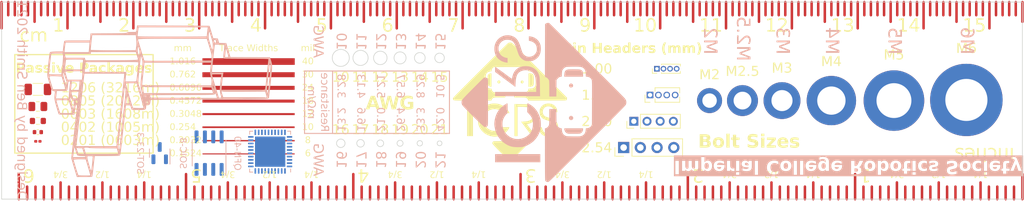
<source format=kicad_pcb>
(kicad_pcb (version 20221018) (generator pcbnew)
  (layers (0 "F.Cu" signal) (31 "B.Cu" signal) (34 "B.Paste" user) (35 "F.Paste" user) (36 "B.SilkS" user "B.Silkscreen") (37 "F.SilkS" user "F.Silkscreen") (38 "B.Mask" user) (39 "F.Mask" user) (44 "Edge.Cuts" user))
  (net 0 "")
  (footprint "ruler_footprints:Gauge_150mm_Type1_CopperTop" (layer "F.Cu") (at 75 85)
    (fp_text reference "REF**" hide)
    (fp_text value "Gauge_150mm_Type1_CopperTop" hide)
    (fp_text user "9" (at 89.5 2.5) (layer "F.SilkS") (effects (font (size 2 2) (thickness 0.22)) (justify right top)))
    (fp_text user "2" (at 19.5 2.5) (layer "F.SilkS") (effects (font (size 2 2) (thickness 0.22)) (justify right top)))
    (fp_text user "1" (at 9.5 2.5) (layer "F.SilkS") (effects (font (size 2 2) (thickness 0.22)) (justify right top)))
    (fp_text user "11" (at 109.5 2.5) (layer "F.SilkS") (effects (font (size 2 2) (thickness 0.22)) (justify right top)))
    (fp_text user "3" (at 29.5 2.5) (layer "F.SilkS") (effects (font (size 2 2) (thickness 0.22)) (justify right top)))
    (fp_text user "5" (at 49.5 2.5) (layer "F.SilkS") (effects (font (size 2 2) (thickness 0.22)) (justify right top)))
    (fp_text user "15" (at 149.5 2.5) (layer "F.SilkS") (effects (font (size 2 2) (thickness 0.22)) (justify right top)))
    (fp_text user "7" (at 69.5 2.5) (layer "F.SilkS") (effects (font (size 2 2) (thickness 0.22)) (justify right top)))
    (fp_text user "10" (at 99.5 2.5) (layer "F.SilkS") (effects (font (size 2 2) (thickness 0.22)) (justify right top)))
    (fp_text user "6" (at 59.5 2.5) (layer "F.SilkS") (effects (font (size 2 2) (thickness 0.22)) (justify right top)))
    (fp_text user "13" (at 129.5 2.5) (layer "F.SilkS") (effects (font (size 2 2) (thickness 0.22)) (justify right top)))
    (fp_text user "8" (at 79.5 2.5) (layer "F.SilkS") (effects (font (size 2 2) (thickness 0.22)) (justify right top)))
    (fp_text user "14" (at 139.5 2.5) (layer "F.SilkS") (effects (font (size 2 2) (thickness 0.22)) (justify right top)))
    (fp_text user "12" (at 119.5 2.5) (layer "F.SilkS") (effects (font (size 2 2) (thickness 0.22)) (justify right top)))
    (fp_text user "4" (at 39.5 2.5) (layer "F.SilkS") (effects (font (size 2 2) (thickness 0.22)) (justify right top)))
    (fp_line (start 0 0) (end 0 4) (stroke (width 0.381)) (layer "F.Cu"))
    (fp_line (start 1.00076 0) (end 1 2) (stroke (width 0.381)) (layer "F.Cu"))
    (fp_line (start 1.99898 0) (end 2 2) (stroke (width 0.381)) (layer "F.Cu"))
    (fp_line (start 2.99974 0) (end 2.99974 2) (stroke (width 0.381)) (layer "F.Cu"))
    (fp_line (start 4.0005 0) (end 4 2) (stroke (width 0.381)) (layer "F.Cu"))
    (fp_line (start 5.00126 0) (end 5.00126 3) (stroke (width 0.381)) (layer "F.Cu"))
    (fp_line (start 5.99948 0) (end 5.99948 2) (stroke (width 0.381)) (layer "F.Cu"))
    (fp_line (start 7.00024 0) (end 7.00024 2) (stroke (width 0.381)) (layer "F.Cu"))
    (fp_line (start 8.001 0) (end 8 2) (stroke (width 0.381)) (layer "F.Cu"))
    (fp_line (start 8.99922 0) (end 8.99922 2) (stroke (width 0.381)) (layer "F.Cu"))
    (fp_line (start 9.99998 0) (end 10 4) (stroke (width 0.381)) (layer "F.Cu"))
    (fp_line (start 11.00076 0) (end 11 2) (stroke (width 0.381)) (layer "F.Cu"))
    (fp_line (start 11.99898 0) (end 12 2) (stroke (width 0.381)) (layer "F.Cu"))
    (fp_line (start 12.99974 0) (end 12.99974 2) (stroke (width 0.381)) (layer "F.Cu"))
    (fp_line (start 14.0005 0) (end 14 2) (stroke (width 0.381)) (layer "F.Cu"))
    (fp_line (start 15.00126 0) (end 15.00126 3) (stroke (width 0.381)) (layer "F.Cu"))
    (fp_line (start 15.99948 0) (end 15.99948 2) (stroke (width 0.381)) (layer "F.Cu"))
    (fp_line (start 17.00024 0) (end 17.00024 2) (stroke (width 0.381)) (layer "F.Cu"))
    (fp_line (start 18.001 0) (end 18 2) (stroke (width 0.381)) (layer "F.Cu"))
    (fp_line (start 18.99922 0) (end 18.99922 2) (stroke (width 0.381)) (layer "F.Cu"))
    (fp_line (start 19.99998 0) (end 20 4) (stroke (width 0.381)) (layer "F.Cu"))
    (fp_line (start 21.00076 0) (end 21 2) (stroke (width 0.381)) (layer "F.Cu"))
    (fp_line (start 21.99898 0) (end 22 2) (stroke (width 0.381)) (layer "F.Cu"))
    (fp_line (start 22.99974 0) (end 22.99974 2) (stroke (width 0.381)) (layer "F.Cu"))
    (fp_line (start 24.0005 0) (end 24 2) (stroke (width 0.381)) (layer "F.Cu"))
    (fp_line (start 25.00126 0) (end 25.00126 3) (stroke (width 0.381)) (layer "F.Cu"))
    (fp_line (start 25.99948 0) (end 25.99948 2) (stroke (width 0.381)) (layer "F.Cu"))
    (fp_line (start 27.00024 0) (end 27.00024 2) (stroke (width 0.381)) (layer "F.Cu"))
    (fp_line (start 28.001 0) (end 28 2) (stroke (width 0.381)) (layer "F.Cu"))
    (fp_line (start 28.99922 0) (end 28.99922 2) (stroke (width 0.381)) (layer "F.Cu"))
    (fp_line (start 29.99998 0) (end 30 4) (stroke (width 0.381)) (layer "F.Cu"))
    (fp_line (start 31.00076 0) (end 31 2) (stroke (width 0.381)) (layer "F.Cu"))
    (fp_line (start 31.99898 0) (end 32 2) (stroke (width 0.381)) (layer "F.Cu"))
    (fp_line (start 32.99974 0) (end 32.99974 2) (stroke (width 0.381)) (layer "F.Cu"))
    (fp_line (start 34.0005 0) (end 34 2) (stroke (width 0.381)) (layer "F.Cu"))
    (fp_line (start 35.00126 0) (end 35.00126 3) (stroke (width 0.381)) (layer "F.Cu"))
    (fp_line (start 35.99948 0) (end 35.99948 2) (stroke (width 0.381)) (layer "F.Cu"))
    (fp_line (start 37.00024 0) (end 37.00024 2) (stroke (width 0.381)) (layer "F.Cu"))
    (fp_line (start 38.001 0) (end 38 2) (stroke (width 0.381)) (layer "F.Cu"))
    (fp_line (start 38.99922 0) (end 38.99922 2) (stroke (width 0.381)) (layer "F.Cu"))
    (fp_line (start 39.99998 0) (end 40 4) (stroke (width 0.381)) (layer "F.Cu"))
    (fp_line (start 41.00076 0) (end 41 2) (stroke (width 0.381)) (layer "F.Cu"))
    (fp_line (start 41.99898 0) (end 42 2) (stroke (width 0.381)) (layer "F.Cu"))
    (fp_line (start 42.99974 0) (end 42.99974 2) (stroke (width 0.381)) (layer "F.Cu"))
    (fp_line (start 44.0005 0) (end 44 2) (stroke (width 0.381)) (layer "F.Cu"))
    (fp_line (start 45.00126 0) (end 45.00126 3) (stroke (width 0.381)) (layer "F.Cu"))
    (fp_line (start 45.99948 0) (end 45.99948 2) (stroke (width 0.381)) (layer "F.Cu"))
    (fp_line (start 47.00024 0) (end 47.00024 2) (stroke (width 0.381)) (layer "F.Cu"))
    (fp_line (start 48.001 0) (end 48 2) (stroke (width 0.381)) (layer "F.Cu"))
    (fp_line (start 48.99922 0) (end 48.99922 2) (stroke (width 0.381)) (layer "F.Cu"))
    (fp_line (start 49.99998 0) (end 50 4) (stroke (width 0.381)) (layer "F.Cu"))
    (fp_line (start 51.00076 0) (end 51 2) (stroke (width 0.381)) (layer "F.Cu"))
    (fp_line (start 51.99898 0) (end 52 2) (stroke (width 0.381)) (layer "F.Cu"))
    (fp_line (start 52.99974 0) (end 52.99974 2) (stroke (width 0.381)) (layer "F.Cu"))
    (fp_line (start 54.0005 0) (end 54 2) (stroke (width 0.381)) (layer "F.Cu"))
    (fp_line (start 55.00126 0) (end 55.00126 3) (stroke (width 0.381)) (layer "F.Cu"))
    (fp_line (start 55.99948 0) (end 55.99948 2) (stroke (width 0.381)) (layer "F.Cu"))
    (fp_line (start 57.00024 0) (end 57.00024 2) (stroke (width 0.381)) (layer "F.Cu"))
    (fp_line (start 58.001 0) (end 58 2) (stroke (width 0.381)) (layer "F.Cu"))
    (fp_line (start 58.99922 0) (end 58.99922 2) (stroke (width 0.381)) (layer "F.Cu"))
    (fp_line (start 59.99998 0) (end 60 4) (stroke (width 0.381)) (layer "F.Cu"))
    (fp_line (start 61.00076 0) (end 61 2) (stroke (width 0.381)) (layer "F.Cu"))
    (fp_line (start 61.99898 0) (end 62 2) (stroke (width 0.381)) (layer "F.Cu"))
    (fp_line (start 62.99974 0) (end 62.99974 2) (stroke (width 0.381)) (layer "F.Cu"))
    (fp_line (start 64.0005 0) (end 64 2) (stroke (width 0.381)) (layer "F.Cu"))
    (fp_line (start 65.00126 0) (end 65.00126 3) (stroke (width 0.381)) (layer "F.Cu"))
    (fp_line (start 65.99948 0) (end 65.99948 2) (stroke (width 0.381)) (layer "F.Cu"))
    (fp_line (start 67.00024 0) (end 67.00024 2) (stroke (width 0.381)) (layer "F.Cu"))
    (fp_line (start 68.001 0) (end 68 2) (stroke (width 0.381)) (layer "F.Cu"))
    (fp_line (start 68.99922 0) (end 68.99922 2) (stroke (width 0.381)) (layer "F.Cu"))
    (fp_line (start 69.99998 0) (end 70 4) (stroke (width 0.381)) (layer "F.Cu"))
    (fp_line (start 71.00076 0) (end 71 2) (stroke (width 0.381)) (layer "F.Cu"))
    (fp_line (start 71.99898 0) (end 72 2) (stroke (width 0.381)) (layer "F.Cu"))
    (fp_line (start 72.99974 0) (end 72.99974 2) (stroke (width 0.381)) (layer "F.Cu"))
    (fp_line (start 74.0005 0) (end 74 2) (stroke (width 0.381)) (layer "F.Cu"))
    (fp_line (start 75.00126 0) (end 75.00126 3) (stroke (width 0.381)) (layer "F.Cu"))
    (fp_line (start 75.99948 0) (end 75.99948 2) (stroke (width 0.381)) (layer "F.Cu"))
    (fp_line (start 77.00024 0) (end 77.00024 2) (stroke (width 0.381)) (layer "F.Cu"))
    (fp_line (start 78.001 0) (end 78 2) (stroke (width 0.381)) (layer "F.Cu"))
    (fp_line (start 78.99922 0) (end 78.99922 2) (stroke (width 0.381)) (layer "F.Cu"))
    (fp_line (start 79.99998 0) (end 80 4) (stroke (width 0.381)) (layer "F.Cu"))
    (fp_line (start 81.00076 0) (end 81 2) (stroke (width 0.381)) (layer "F.Cu"))
    (fp_line (start 81.99898 0) (end 82 2) (stroke (width 0.381)) (layer "F.Cu"))
    (fp_line (start 82.99974 0) (end 82.99974 2) (stroke (width 0.381)) (layer "F.Cu"))
    (fp_line (start 84.0005 0) (end 84 2) (stroke (width 0.381)) (layer "F.Cu"))
    (fp_line (start 85.00126 0) (end 85.00126 3) (stroke (width 0.381)) (layer "F.Cu"))
    (fp_line (start 85.99948 0) (end 85.99948 2) (stroke (width 0.381)) (layer "F.Cu"))
    (fp_line (start 87.00024 0) (end 87.00024 2) (stroke (width 0.381)) (layer "F.Cu"))
    (fp_line (start 88.001 0) (end 88 2) (stroke (width 0.381)) (layer "F.Cu"))
    (fp_line (start 88.99922 0) (end 88.99922 2) (stroke (width 0.381)) (layer "F.Cu"))
    (fp_line (start 89.99998 0) (end 90 4) (stroke (width 0.381)) (layer "F.Cu"))
    (fp_line (start 91.00076 0) (end 91 2) (stroke (width 0.381)) (layer "F.Cu"))
    (fp_line (start 91.99898 0) (end 92 2) (stroke (width 0.381)) (layer "F.Cu"))
    (fp_line (start 92.99974 0) (end 92.99974 2) (stroke (width 0.381)) (layer "F.Cu"))
    (fp_line (start 94.0005 0) (end 94 2) (stroke (width 0.381)) (layer "F.Cu"))
    (fp_line (start 95.00126 0) (end 95.00126 3) (stroke (width 0.381)) (layer "F.Cu"))
    (fp_line (start 95.99948 0) (end 95.99948 2) (stroke (width 0.381)) (layer "F.Cu"))
    (fp_line (start 97.00024 0) (end 97.00024 2) (stroke (width 0.381)) (layer "F.Cu"))
    (fp_line (start 98.001 0) (end 98 2) (stroke (width 0.381)) (layer "F.Cu"))
    (fp_line (start 98.99922 0) (end 98.99922 2) (stroke (width 0.381)) (layer "F.Cu"))
    (fp_line (start 99.99998 0) (end 100 4) (stroke (width 0.381)) (layer "F.Cu"))
    (fp_line (start 101.00076 0) (end 101 2) (stroke (width 0.381)) (layer "F.Cu"))
    (fp_line (start 101.99898 0) (end 102 2) (stroke (width 0.381)) (layer "F.Cu"))
    (fp_line (start 102.99974 0) (end 102.99974 2) (stroke (width 0.381)) (layer "F.Cu"))
    (fp_line (start 104.0005 0) (end 104 2) (stroke (width 0.381)) (layer "F.Cu"))
    (fp_line (start 105.00126 0) (end 105.00126 3) (stroke (width 0.381)) (layer "F.Cu"))
    (fp_line (start 105.99948 0) (end 105.99948 2) (stroke (width 0.381)) (layer "F.Cu"))
    (fp_line (start 107.00024 0) (end 107.00024 2) (stroke (width 0.381)) (layer "F.Cu"))
    (fp_line (start 108.001 0) (end 108 2) (stroke (width 0.381)) (layer "F.Cu"))
    (fp_line (start 108.99922 0) (end 108.99922 2) (stroke (width 0.381)) (layer "F.Cu"))
    (fp_line (start 109.99998 0) (end 110 4) (stroke (width 0.381)) (layer "F.Cu"))
    (fp_line (start 111.00076 0) (end 111 2) (stroke (width 0.381)) (layer "F.Cu"))
    (fp_line (start 111.99898 0) (end 112 2) (stroke (width 0.381)) (layer "F.Cu"))
    (fp_line (start 112.99974 0) (end 112.99974 2) (stroke (width 0.381)) (layer "F.Cu"))
    (fp_line (start 114.0005 0) (end 114 2) (stroke (width 0.381)) (layer "F.Cu"))
    (fp_line (start 115.00126 0) (end 115.00126 3) (stroke (width 0.381)) (layer "F.Cu"))
    (fp_line (start 115.99948 0) (end 115.99948 2) (stroke (width 0.381)) (layer "F.Cu"))
    (fp_line (start 117.00024 0) (end 117.00024 2) (stroke (width 0.381)) (layer "F.Cu"))
    (fp_line (start 118.001 0) (end 118 2) (stroke (width 0.381)) (layer "F.Cu"))
    (fp_line (start 118.99922 0) (end 118.99922 2) (stroke (width 0.381)) (layer "F.Cu"))
    (fp_line (start 119.99998 0) (end 120 4) (stroke (width 0.381)) (layer "F.Cu"))
    (fp_line (start 121.00076 0) (end 121 2) (stroke (width 0.381)) (layer "F.Cu"))
    (fp_line (start 121.99898 0) (end 122 2) (stroke (width 0.381)) (layer "F.Cu"))
    (fp_line (start 122.99974 0) (end 122.99974 2) (stroke (width 0.381)) (layer "F.Cu"))
    (fp_line (start 124.0005 0) (end 124 2) (stroke (width 0.381)) (layer "F.Cu"))
    (fp_line (start 125.00126 0) (end 125.00126 3) (stroke (width 0.381)) (layer "F.Cu"))
    (fp_line (start 125.99948 0) (end 125.99948 2) (stroke (width 0.381)) (layer "F.Cu"))
    (fp_line (start 127.00024 0) (end 127.00024 2) (stroke (width 0.381)) (layer "F.Cu"))
    (fp_line (start 128.001 0) (end 128 2) (stroke (width 0.381)) (layer "F.Cu"))
    (fp_line (start 128.99922 0) (end 128.99922 2) (stroke (width 0.381)) (layer "F.Cu"))
    (fp_line (start 129.99998 0) (end 130 4) (stroke (width 0.381)) (layer "F.Cu"))
    (fp_line (start 131.00076 0) (end 131 2) (stroke (width 0.381)) (layer "F.Cu"))
    (fp_line (start 131.99898 0) (end 132 2) (stroke (width 0.381)) (layer "F.Cu"))
    (fp_line (start 132.99974 0) (end 132.99974 2) (stroke (width 0.381)) (layer "F.Cu"))
    (fp_line (start 134.0005 0) (end 134 2) (stroke (width 0.381)) (layer "F.Cu"))
    (fp_line (start 135.00126 0) (end 135.00126 3) (stroke (width 0.381)) (layer "F.Cu"))
    (fp_line (start 135.99948 0) (end 135.99948 2) (stroke (width 0.381)) (layer "F.Cu"))
    (fp_line (start 137.00024 0) (end 137.00024 2) (stroke (width 0.381)) (layer "F.Cu"))
    (fp_line (start 138.001 0) (end 138 2) (stroke (width 0.381)) (layer "F.Cu"))
    (fp_line (start 138.99922 0) (end 138.99922 2) (stroke (width 0.381)) (layer "F.Cu"))
    (fp_line (start 139.99998 0) (end 140 4) (stroke (width 0.381)) (layer "F.Cu"))
    (fp_line (start 141.00076 0) (end 141 2) (stroke (width 0.381)) (layer "F.Cu"))
    (fp_line (start 141.99898 0) (end 142 2) (stroke (width 0.381)) (layer "F.Cu"))
    (fp_line (start 142.99974 0) (end 142.99974 2) (stroke (width 0.381)) (layer "F.Cu"))
    (fp_line (start 144.0005 0) (end 144 2) (stroke (width 0.381)) (layer "F.Cu"))
    (fp_line (start 145.00126 0) (end 145.00126 3) (stroke (width 0.381)) (layer "F.Cu"))
    (fp_line (start 145.99948 0) (end 145.99948 2) (stroke (width 0.381)) (layer "F.Cu"))
    (fp_line (start 147.00024 0) (end 147.00024 2) (stroke (width 0.381)) (layer "F.Cu"))
    (fp_line (start 148.001 0) (end 148 2) (stroke (width 0.381)) (layer "F.Cu"))
    (fp_line (start 148.99922 0) (end 148.99922 2) (stroke (width 0.381)) (layer "F.Cu"))
    (fp_line (start 149.99998 0) (end 150 4) (stroke (width 0.381)) (layer "F.Cu"))
    (fp_line (start 151.00036 0) (end 150.9996 2) (stroke (width 0.381)) (layer "F.Cu"))
    (fp_line (start 151.99858 0) (end 151.9996 2) (stroke (width 0.381)) (layer "F.Cu"))
    (fp_line (start 152.99934 0) (end 152.99934 2) (stroke (width 0.381)) (layer "F.Cu"))
    (fp_line (start 154.0001 0) (end 153.9996 2) (stroke (width 0.381)) (layer "F.Cu"))
    (fp_line (start 155 0) (end 155 3) (stroke (width 0.381)) (layer "F.Cu"))
  )
  (footprint "Connector_PinHeader_1.00mm:PinHeader_1x04_P1.00mm_Vertical" (layer "F.Cu") (at 174.5 95.15 90)
    (fp_text reference "REF**" hide)
    (fp_text value "PinHeader_1x04_P1.00mm_Vertical" hide)
    (pad "1" thru_hole rect (at 0 0 90) (size 0.85 0.85) (drill 0.5) (layers "*.Cu" "*.Mask"))
    (pad "2" thru_hole oval (at 0 1 90) (size 0.85 0.85) (drill 0.5) (layers "*.Cu" "*.Mask"))
    (pad "3" thru_hole oval (at 0 2 90) (size 0.85 0.85) (drill 0.5) (layers "*.Cu" "*.Mask"))
    (pad "4" thru_hole oval (at 0 3 90) (size 0.85 0.85) (drill 0.5) (layers "*.Cu" "*.Mask"))
  )
  (footprint "Connector_PinHeader_1.27mm:PinHeader_1x04_P1.27mm_Vertical" (layer "F.Cu") (at 173.46 99.15 90)
    (fp_text reference "REF**" hide)
    (fp_text value "PinHeader_1x04_P1.27mm_Vertical" hide)
    (pad "1" thru_hole rect (at 0 0 90) (size 1 1) (drill 0.65) (layers "*.Cu" "*.Mask"))
    (pad "2" thru_hole oval (at 0 1.27 90) (size 1 1) (drill 0.65) (layers "*.Cu" "*.Mask"))
    (pad "3" thru_hole oval (at 0 2.54 90) (size 1 1) (drill 0.65) (layers "*.Cu" "*.Mask"))
    (pad "4" thru_hole oval (at 0 3.81 90) (size 1 1) (drill 0.65) (layers "*.Cu" "*.Mask"))
  )
  (footprint "MountingHole:MountingHole_4.3mm_M4_DIN965_Pad" (layer "F.Cu") (at 201 100)
    (fp_text reference "REF**" hide)
    (fp_text value "MountingHole_4.3mm_M4_DIN965_Pad" hide)
    (pad "1" thru_hole circle (at 0 0) (size 7.5 7.5) (drill 4.3) (layers "*.Cu" "*.Mask"))
  )
  (footprint "MountingHole:MountingHole_6.4mm_M6_DIN965_Pad" (layer "F.Cu") (at 221.5 99.9)
    (fp_text reference "REF**" hide)
    (fp_text value "MountingHole_6.4mm_M6_DIN965_Pad" hide)
    (pad "1" thru_hole circle (at 0 0) (size 11 11) (drill 6.4) (layers "*.Cu" "*.Mask"))
  )
  (footprint "ruler_footprints:ICRS_20mm" (layer "F.Cu") (at 152.4 100)
    (fp_text reference "G***" hide)
    (fp_text value "LOGO" hide)
  )
  (footprint "MountingHole:MountingHole_2.7mm_M2.5_DIN965_Pad" (layer "F.Cu") (at 187.5 100)
    (fp_text reference "REF**" hide)
    (fp_text value "MountingHole_2.7mm_M2.5_DIN965_Pad" hide)
    (pad "1" thru_hole circle (at 0 0) (size 4.7 4.7) (drill 2.7) (layers "*.Cu" "*.Mask"))
  )
  (footprint "Resistor_SMD:R_0402_1005Metric" (layer "F.Cu") (at 80.5 104.8)
    (fp_text reference "REF**" hide)
    (fp_text value "R_0402_1005Metric" hide)
    (pad "1" smd roundrect (at -0.51 0) (size 0.54 0.64) (layers "F.Cu" "F.Paste" "F.Mask"))
    (pad "2" smd roundrect (at 0.51 0) (size 0.54 0.64) (layers "F.Cu" "F.Paste" "F.Mask"))
  )
  (footprint "ruler_footprints:Gauge_6in" (layer "F.Cu") (at 230 115 180)
    (fp_text reference "REF**" hide)
    (fp_text value "Gauge_6in" hide)
    (fp_text user "6" (at 151.765 2.54 180 unlocked) (layer "F.SilkS") (effects (font (size 2 2) (thickness 0.22)) (justify right top)))
    (fp_text user "1/4" (at 31.75 3.81 180 unlocked) (layer "F.SilkS") (effects (font (thickness 0.22))))
    (fp_text user "5" (at 126.365 2.54 180 unlocked) (layer "F.SilkS") (effects (font (size 2 2) (thickness 0.22)) (justify right top)))
    (fp_text user "3" (at 75.565 2.54 180 unlocked) (layer "F.SilkS") (effects (font (size 2 2) (thickness 0.22)) (justify right top)))
    (fp_text user "1/4" (at 6.35 3.81 180 unlocked) (layer "F.SilkS") (effects (font (thickness 0.22))))
    (fp_text user "1/2" (at 12.7 3.81 180 unlocked) (layer "F.SilkS") (effects (font (thickness 0.22))))
    (fp_text user "1/2" (at 114.3 3.81 180 unlocked) (layer "F.SilkS") (effects (font (thickness 0.22))))
    (fp_text user "3/4" (at 146.05 3.81 180 unlocked) (layer "F.SilkS") (effects (font (thickness 0.22))))
    (fp_text user "1/2" (at 63.5 3.81 180 unlocked) (layer "F.SilkS") (effects (font (thickness 0.22))))
    (fp_text user "3/4" (at 44.45 3.81 180 unlocked) (layer "F.SilkS") (effects (font (thickness 0.22))))
    (fp_text user "3/4" (at 19.05 3.81 180 unlocked) (layer "F.SilkS") (effects (font (thickness 0.22))))
    (fp_text user "1/2" (at 139.7 3.81 180 unlocked) (layer "F.SilkS") (effects (font (thickness 0.22))))
    (fp_text user "1/2" (at 38.1 3.81 180 unlocked) (layer "F.SilkS") (effects (font (thickness 0.22))))
    (fp_text user "2" (at 50.165 2.54 180 unlocked) (layer "F.SilkS") (effects (font (size 2 2) (thickness 0.22)) (justify right top)))
    (fp_text user "1" (at 24.765 2.54 180 unlocked) (layer "F.SilkS") (effects (font (size 2 2) (thickness 0.22)) (justify right top)))
    (fp_text user "4" (at 100.965 2.54 180 unlocked) (layer "F.SilkS") (effects (font (size 2 2) (thickness 0.22)) (justify right top)))
    (fp_text user "3/4" (at 95.25 3.81 180 unlocked) (layer "F.SilkS") (effects (font (thickness 0.22))))
    (fp_text user "1/4" (at 57.15 3.81 180 unlocked) (layer "F.SilkS") (effects (font (thickness 0.22))))
    (fp_text user "1/2" (at 88.9 3.81 180 unlocked) (layer "F.SilkS") (effects (font (thickness 0.22))))
    (fp_text user "3/4" (at 120.65 3.81 180 unlocked) (layer "F.SilkS") (effects (font (thickness 0.22))))
    (fp_text user "1/4" (at 133.35 3.81 180 unlocked) (layer "F.SilkS") (effects (font (thickness 0.22))))
    (fp_text user "1/4" (at 82.55 3.81 180 unlocked) (layer "F.SilkS") (effects (font (thickness 0.22))))
    (fp_text user "1/4" (at 107.95 3.81 180 unlocked) (layer "F.SilkS") (effects (font (thickness 0.22))))
    (fp_text user "3/4" (at 69.85 3.81 180 unlocked) (layer "F.SilkS") (effects (font (thickness 0.22))))
    (fp_line (start 0 0) (end 0 3.81) (stroke (width 0.381)) (layer "F.Cu"))
    (fp_line (start 1.27 0) (end 1.27 1.905) (stroke (width 0.381)) (layer "F.Cu"))
    (fp_line (start 2.54 1.905) (end 2.54 0) (stroke (width 0.381)) (layer "F.Cu"))
    (fp_line (start 3.81 1.905) (end 3.81 0) (stroke (width 0.381)) (layer "F.Cu"))
    (fp_line (start 5.08 1.905) (end 5.08 0) (stroke (width 0.381)) (layer "F.Cu"))
    (fp_line (start 6.35 0) (end 6.35 2.54) (stroke (width 0.381)) (layer "F.Cu"))
    (fp_line (start 7.62 0) (end 7.62 1.905) (stroke (width 0.381)) (layer "F.Cu"))
    (fp_line (start 8.89 1.905) (end 8.89 0) (stroke (width 0.381)) (layer "F.Cu"))
    (fp_line (start 10.16 1.905) (end 10.16 0) (stroke (width 0.381)) (layer "F.Cu"))
    (fp_line (start 11.43 1.905) (end 11.43 0) (stroke (width 0.381)) (layer "F.Cu"))
    (fp_line (start 12.7 0) (end 12.7 2.54) (stroke (width 0.381)) (layer "F.Cu"))
    (fp_line (start 13.97 0) (end 13.97 1.905) (stroke (width 0.381)) (layer "F.Cu"))
    (fp_line (start 15.24 1.905) (end 15.24 0) (stroke (width 0.381)) (layer "F.Cu"))
    (fp_line (start 16.51 1.905) (end 16.51 0) (stroke (width 0.381)) (layer "F.Cu"))
    (fp_line (start 17.78 1.905) (end 17.78 0) (stroke (width 0.381)) (layer "F.Cu"))
    (fp_line (start 19.05 0) (end 19.05 2.54) (stroke (width 0.381)) (layer "F.Cu"))
    (fp_line (start 20.32 0) (end 20.32 1.905) (stroke (width 0.381)) (layer "F.Cu"))
    (fp_line (start 21.59 1.905) (end 21.59 0) (stroke (width 0.381)) (layer "F.Cu"))
    (fp_line (start 22.86 1.905) (end 22.86 0) (stroke (width 0.381)) (layer "F.Cu"))
    (fp_line (start 24.13 1.905) (end 24.13 0) (stroke (width 0.381)) (layer "F.Cu"))
    (fp_line (start 25.4 0) (end 25.4 3.81) (stroke (width 0.381)) (layer "F.Cu"))
    (fp_line (start 26.67 0) (end 26.67 1.905) (stroke (width 0.381)) (layer "F.Cu"))
    (fp_line (start 27.94 1.905) (end 27.94 0) (stroke (width 0.381)) (layer "F.Cu"))
    (fp_line (start 29.21 1.905) (end 29.21 0) (stroke (width 0.381)) (layer "F.Cu"))
    (fp_line (start 30.48 1.905) (end 30.48 0) (stroke (width 0.381)) (layer "F.Cu"))
    (fp_line (start 31.75 0) (end 31.75 2.54) (stroke (width 0.381)) (layer "F.Cu"))
    (fp_line (start 33.02 0) (end 33.02 1.905) (stroke (width 0.381)) (layer "F.Cu"))
    (fp_line (start 34.29 1.905) (end 34.29 0) (stroke (width 0.381)) (layer "F.Cu"))
    (fp_line (start 35.56 1.905) (end 35.56 0) (stroke (width 0.381)) (layer "F.Cu"))
    (fp_line (start 36.83 1.905) (end 36.83 0) (stroke (width 0.381)) (layer "F.Cu"))
    (fp_line (start 38.1 0) (end 38.1 2.54) (stroke (width 0.381)) (layer "F.Cu"))
    (fp_line (start 39.37 0) (end 39.37 1.905) (stroke (width 0.381)) (layer "F.Cu"))
    (fp_line (start 40.64 1.905) (end 40.64 0) (stroke (width 0.381)) (layer "F.Cu"))
    (fp_line (start 41.91 1.905) (end 41.91 0) (stroke (width 0.381)) (layer "F.Cu"))
    (fp_line (start 43.18 1.905) (end 43.18 0) (stroke (width 0.381)) (layer "F.Cu"))
    (fp_line (start 44.45 0) (end 44.45 2.54) (stroke (width 0.381)) (layer "F.Cu"))
    (fp_line (start 45.72 0) (end 45.72 1.905) (stroke (width 0.381)) (layer "F.Cu"))
    (fp_line (start 46.99 1.905) (end 46.99 0) (stroke (width 0.381)) (layer "F.Cu"))
    (fp_line (start 48.26 1.905) (end 48.26 0) (stroke (width 0.381)) (layer "F.Cu"))
    (fp_line (start 49.53 1.905) (end 49.53 0) (stroke (width 0.381)) (layer "F.Cu"))
    (fp_line (start 50.8 0) (end 50.8 3.81) (stroke (width 0.381)) (layer "F.Cu"))
    (fp_line (start 52.07 0) (end 52.07 1.905) (stroke (width 0.381)) (layer "F.Cu"))
    (fp_line (start 53.34 1.905) (end 53.34 0) (stroke (width 0.381)) (layer "F.Cu"))
    (fp_line (start 54.61 1.905) (end 54.61 0) (stroke (width 0.381)) (layer "F.Cu"))
    (fp_line (start 55.88 1.905) (end 55.88 0) (stroke (width 0.381)) (layer "F.Cu"))
    (fp_line (start 57.15 0) (end 57.15 2.54) (stroke (width 0.381)) (layer "F.Cu"))
    (fp_line (start 58.42 0) (end 58.42 1.905) (stroke (width 0.381)) (layer "F.Cu"))
    (fp_line (start 59.69 1.905) (end 59.69 0) (stroke (width 0.381)) (layer "F.Cu"))
    (fp_line (start 60.96 1.905) (end 60.96 0) (stroke (width 0.381)) (layer "F.Cu"))
    (fp_line (start 62.23 1.905) (end 62.23 0) (stroke (width 0.381)) (layer "F.Cu"))
    (fp_line (start 63.5 0) (end 63.5 2.54) (stroke (width 0.381)) (layer "F.Cu"))
    (fp_line (start 64.77 0) (end 64.77 1.905) (stroke (width 0.381)) (layer "F.Cu"))
    (fp_line (start 66.04 1.905) (end 66.04 0) (stroke (width 0.381)) (layer "F.Cu"))
    (fp_line (start 67.31 1.905) (end 67.31 0) (stroke (width 0.381)) (layer "F.Cu"))
    (fp_line (start 68.58 1.905) (end 68.58 0) (stroke (width 0.381)) (layer "F.Cu"))
    (fp_line (start 69.85 0) (end 69.85 2.54) (stroke (width 0.381)) (layer "F.Cu"))
    (fp_line (start 71.12 0) (end 71.12 1.905) (stroke (width 0.381)) (layer "F.Cu"))
    (fp_line (start 72.39 1.905) (end 72.39 0) (stroke (width 0.381)) (layer "F.Cu"))
    (fp_line (start 73.66 1.905) (end 73.66 0) (stroke (width 0.381)) (layer "F.Cu"))
    (fp_line (start 74.93 1.905) (end 74.93 0) (stroke (width 0.381)) (layer "F.Cu"))
    (fp_line (start 76.2 0) (end 76.2 3.81) (stroke (width 0.381)) (layer "F.Cu"))
    (fp_line (start 77.47 0) (end 77.47 1.905) (stroke (width 0.381)) (layer "F.Cu"))
    (fp_line (start 78.74 1.905) (end 78.74 0) (stroke (width 0.381)) (layer "F.Cu"))
    (fp_line (start 80.01 1.905) (end 80.01 0) (stroke (width 0.381)) (layer "F.Cu"))
    (fp_line (start 81.28 1.905) (end 81.28 0) (stroke (width 0.381)) (layer "F.Cu"))
    (fp_line (start 82.55 0) (end 82.55 2.54) (stroke (width 0.381)) (layer "F.Cu"))
    (fp_line (start 83.82 0) (end 83.82 1.905) (stroke (width 0.381)) (layer "F.Cu"))
    (fp_line (start 85.09 1.905) (end 85.09 0) (stroke (width 0.381)) (layer "F.Cu"))
    (fp_line (start 86.36 1.905) (end 86.36 0) (stroke (width 0.381)) (layer "F.Cu"))
    (fp_line (start 87.63 1.905) (end 87.63 0) (stroke (width 0.381)) (layer "F.Cu"))
    (fp_line (start 88.9 0) (end 88.9 2.54) (stroke (width 0.381)) (layer "F.Cu"))
    (fp_line (start 90.17 0) (end 90.17 1.905) (stroke (width 0.381)) (layer "F.Cu"))
    (fp_line (start 91.44 1.905) (end 91.44 0) (stroke (width 0.381)) (layer "F.Cu"))
    (fp_line (start 92.71 1.905) (end 92.71 0) (stroke (width 0.381)) (layer "F.Cu"))
    (fp_line (start 93.98 1.905) (end 93.98 0) (stroke (width 0.381)) (layer "F.Cu"))
    (fp_line (start 95.25 0) (end 95.25 2.54) (stroke (width 0.381)) (layer "F.Cu"))
    (fp_line (start 96.52 0) (end 96.52 1.905) (stroke (width 0.381)) (layer "F.Cu"))
    (fp_line (start 97.79 1.905) (end 97.79 0) (stroke (width 0.381)) (layer "F.Cu"))
    (fp_line (start 99.06 1.905) (end 99.06 0) (stroke (width 0.381)) (layer "F.Cu"))
    (fp_line (start 100.33 1.905) (end 100.33 0) (stroke (width 0.381)) (layer "F.Cu"))
    (fp_line (start 101.6 0) (end 101.6 3.81) (stroke (width 0.381)) (layer "F.Cu"))
    (fp_line (start 102.87 0) (end 102.87 1.905) (stroke (width 0.381)) (layer "F.Cu"))
    (fp_line (start 104.14 1.905) (end 104.14 0) (stroke (width 0.381)) (layer "F.Cu"))
    (fp_line (start 105.41 1.905) (end 105.41 0) (stroke (width 0.381)) (layer "F.Cu"))
    (fp_line (start 106.68 1.905) (end 106.68 0) (stroke (width 0.381)) (layer "F.Cu"))
    (fp_line (start 107.95 0) (end 107.95 2.54) (stroke (width 0.381)) (layer "F.Cu"))
    (fp_line (start 109.22 0) (end 109.22 1.905) (stroke (width 0.381)) (layer "F.Cu"))
    (fp_line (start 110.49 1.905) (end 110.49 0) (stroke (width 0.381)) (layer "F.Cu"))
    (fp_line (start 111.76 1.905) (end 111.76 0) (stroke (width 0.381)) (layer "F.Cu"))
    (fp_line (start 113.03 1.905) (end 113.03 0) (stroke (width 0.381)) (layer "F.Cu"))
    (fp_line (start 114.3 0) (end 114.3 2.54) (stroke (width 0.381)) (layer "F.Cu"))
    (fp_line (start 115.57 0) (end 115.57 1.905) (stroke (width 0.381)) (layer "F.Cu"))
    (fp_line (start 116.84 1.905) (end 116.84 0) (stroke (width 0.381)) (layer "F.Cu"))
    (fp_line (start 118.11 1.905) (end 118.11 0) (stroke (width 0.381)) (layer "F.Cu"))
    (fp_line (start 119.38 1.905) (end 119.38 0) (stroke (width 0.381)) (layer "F.Cu"))
    (fp_line (start 120.65 0) (end 120.65 2.54) (stroke (width 0.381)) (layer "F.Cu"))
    (fp_line (start 121.92 0) (end 121.92 1.905) (stroke (width 0.381)) (layer "F.Cu"))
    (fp_line (start 123.19 1.905) (end 123.19 0) (stroke (width 0.381)) (layer "F.Cu"))
    (fp_line (start 124.46 1.905) (end 124.46 0) (stroke (width 0.381)) (layer "F.Cu"))
    (fp_line (start 125.73 1.905) (end 125.73 0) (stroke (width 0.381)) (layer "F.Cu"))
    (fp_line (start 127 0) (end 127 3.81) (stroke (width 0.381)) (layer "F.Cu"))
    (fp_line (start 128.27 0) (end 128.27 1.905) (stroke (width 0.381)) (layer "F.Cu"))
    (fp_line (start 129.54 1.905) (end 129.54 0) (stroke (width 0.381)) (layer "F.Cu"))
    (fp_line (start 130.81 1.905) (end 130.81 0) (stroke (width 0.381)) (layer "F.Cu"))
    (fp_line (start 132.08 1.905) (end 132.08 0) (stroke (width 0.381)) (layer "F.Cu"))
    (fp_line (start 133.35 0) (end 133.35 2.54) (stroke (width 0.381)) (layer "F.Cu"))
    (fp_line (start 134.62 0) (end 134.62 1.905) (stroke (width 0.381)) (layer "F.Cu"))
    (fp_line (start 135.89 1.905) (end 135.89 0) (stroke (width 0.381)) (layer "F.Cu"))
    (fp_line (start 137.16 1.905) (end 137.16 0) (stroke (width 0.381)) (layer "F.Cu"))
    (fp_line (start 138.43 1.905) (end 138.43 0) (stroke (width 0.381)) (layer "F.Cu"))
    (fp_line (start 139.7 0) (end 139.7 2.54) (stroke (width 0.381)) (layer "F.Cu"))
    (fp_line (start 140.97 0) (end 140.97 1.905) (stroke (width 0.381)) (layer "F.Cu"))
    (fp_line (start 142.24 1.905) (end 142.24 0) (stroke (width 0.381)) (layer "F.Cu"))
    (fp_line (start 143.51 1.905) (end 143.51 0) (stroke (width 0.381)) (layer "F.Cu"))
    (fp_line (start 144.78 1.905) (end 144.78 0) (stroke (width 0.381)) (layer "F.Cu"))
    (fp_line (start 146.05 0) (end 146.05 2.54) (stroke (width 0.381)) (layer "F.Cu"))
    (fp_line (start 147.32 0) (end 147.32 1.905) (stroke (width 0.381)) (layer "F.Cu"))
    (fp_line (start 148.59 1.905) (end 148.59 0) (stroke (width 0.381)) (layer "F.Cu"))
    (fp_line (start 149.86 1.905) (end 149.86 0) (stroke (width 0.381)) (layer "F.Cu"))
    (fp_line (start 151.13 1.905) (end 151.13 0) (stroke (width 0.381)) (layer "F.Cu"))
    (fp_line (start 152.4 0) (end 152.4 3.81) (stroke (width 0.381)) (layer "F.Cu"))
  )
  (footprint "Resistor_SMD:R_0201_0603Metric" (layer "F.Cu") (at 80.5 106.2)
    (fp_text reference "REF**" hide)
    (fp_text value "R_0201_0603Metric" hide)
    (pad "1" smd roundrect (at -0.32 0) (size 0.46 0.4) (layers "F.Cu" "F.Mask"))
    (pad "2" smd roundrect (at 0.32 0) (size 0.46 0.4) (layers "F.Cu" "F.Mask"))
  )
  (footprint "MountingHole:MountingHole_2.2mm_M2_DIN965_Pad" (layer "F.Cu") (at 182.5 100)
    (fp_text reference "REF**" hide)
    (fp_text value "MountingHole_2.2mm_M2_DIN965_Pad" hide)
    (pad "1" thru_hole circle (at 0 0) (size 3.8 3.8) (drill 2.2) (layers "*.Cu" "*.Mask"))
  )
  (footprint "Resistor_SMD:R_1206_3216Metric" (layer "F.Cu") (at 80.5 98.3)
    (fp_text reference "REF**" hide)
    (fp_text value "R_1206_3216Metric" hide)
    (pad "1" smd roundrect (at -1.4625 0) (size 1.125 1.75) (layers "F.Cu" "F.Paste" "F.Mask") (roundrect_rratio 0.2222222222))
    (pad "2" smd roundrect (at 1.4625 0) (size 1.125 1.75) (layers "F.Cu" "F.Paste" "F.Mask") (roundrect_rratio 0.2222222222))
  )
  (footprint "Connector_PinHeader_2.00mm:PinHeader_1x04_P2.00mm_Vertical" (layer "F.Cu") (at 171 103.15 90)
    (fp_text reference "REF**" hide)
    (fp_text value "PinHeader_1x04_P2.00mm_Vertical" hide)
    (pad "1" thru_hole rect (at 0 0 90) (size 1.35 1.35) (drill 0.8) (layers "*.Cu" "*.Mask"))
    (pad "2" thru_hole oval (at 0 2 90) (size 1.35 1.35) (drill 0.8) (layers "*.Cu" "*.Mask"))
    (pad "3" thru_hole oval (at 0 4 90) (size 1.35 1.35) (drill 0.8) (layers "*.Cu" "*.Mask"))
    (pad "4" thru_hole oval (at 0 6 90) (size 1.35 1.35) (drill 0.8) (layers "*.Cu" "*.Mask"))
  )
  (footprint "MountingHole:MountingHole_3.2mm_M3_DIN965_Pad" (layer "F.Cu") (at 193.5 100)
    (fp_text reference "REF**" hide)
    (fp_text value "MountingHole_3.2mm_M3_DIN965_Pad" hide)
    (pad "1" thru_hole circle (at 0 0) (size 5.6 5.6) (drill 3.2) (layers "*.Cu" "*.Mask"))
  )
  (footprint "Connector_PinHeader_2.54mm:PinHeader_1x04_P2.54mm_Vertical" (layer "F.Cu") (at 169.45 107.15 90)
    (fp_text reference "REF**" hide)
    (fp_text value "PinHeader_1x04_P2.54mm_Vertical" hide)
    (pad "1" thru_hole rect (at 0 0 90) (size 1.7 1.7) (drill 1) (layers "*.Cu" "*.Mask"))
    (pad "2" thru_hole oval (at 0 2.54 90) (size 1.7 1.7) (drill 1) (layers "*.Cu" "*.Mask"))
    (pad "3" thru_hole oval (at 0 5.08 90) (size 1.7 1.7) (drill 1) (layers "*.Cu" "*.Mask"))
    (pad "4" thru_hole oval (at 0 7.62 90) (size 1.7 1.7) (drill 1) (layers "*.Cu" "*.Mask"))
  )
  (footprint "MountingHole:MountingHole_5.3mm_M5_DIN965_Pad" (layer "F.Cu") (at 210.5 100)
    (fp_text reference "REF**" hide)
    (fp_text value "MountingHole_5.3mm_M5_DIN965_Pad" hide)
    (pad "1" thru_hole circle (at 0 0) (size 9.2 9.2) (drill 5.3) (layers "*.Cu" "*.Mask"))
  )
  (footprint "ruler_footprints:trace_widths" (layer "F.Cu") (at 112.501 93.0576)
    (fp_text reference "REF**" hide)
    (fp_text value "trace_widths" hide)
    (fp_text user "0.762" (at -12 3 unlocked) (layer "F.SilkS") (effects (justify left)))
    (fp_text user "30" (at 9 3 unlocked) (layer "F.SilkS"))
    (fp_text user "0.4572" (at -12 7 unlocked) (layer "F.SilkS") (effects (justify left)))
    (fp_text user "24" (at 9 5 unlocked) (layer "F.SilkS"))
    (fp_text user "0.6096" (at -12 5 unlocked) (layer "F.SilkS") (effects (justify left)))
    (fp_text user "Trace Widths" (at 0 -1 unlocked) (layer "F.SilkS"))
    (fp_text user "18" (at 9 7 unlocked) (layer "F.SilkS"))
    (fp_text user "6" (at 9 15 unlocked) (layer "F.SilkS"))
    (fp_text user "0.254" (at -12 11 unlocked) (layer "F.SilkS") (effects (justify left)))
    (fp_text user "0.2032" (at -12 13 unlocked) (layer "F.SilkS") (effects (justify left)))
    (fp_text user "0.1524" (at -12 15 unlocked) (layer "F.SilkS") (effects (justify left)))
    (fp_text user "mm" (at -10 -1 unlocked) (layer "F.SilkS"))
    (fp_text user "12" (at 9 9 unlocked) (layer "F.SilkS"))
    (fp_text user "8" (at 9 13 unlocked) (layer "F.SilkS"))
    (fp_text user "mil" (at 9 -1 unlocked) (layer "F.SilkS"))
    (fp_text user "0.3048" (at -12 9 unlocked) (layer "F.SilkS") (effects (justify left)))
    (fp_text user "1.016" (at -12 1 unlocked) (layer "F.SilkS") (effects (justify left)))
    (fp_text user "10" (at 9 11 unlocked) (layer "F.SilkS"))
    (fp_text user "40" (at 9 1 unlocked) (layer "F.SilkS"))
    (fp_rect (start -7.018 2.62) (end 6.998 3.382) (fill solid) (layer "F.Cu"))
    (fp_rect (start -7.01 4.7) (end 6.99 5.3096) (fill solid) (layer "F.Cu"))
    (fp_rect (start -7.01 6.79) (end 6.99 7.2476) (fill solid) (layer "F.Cu"))
    (fp_rect (start -7.01 10.87) (end 6.99 11.1236) (fill solid) (layer "F.Cu"))
    (fp_rect (start -7.008 0.49) (end 7.008 1.506) (fill solid) (layer "F.Cu"))
    (fp_rect (start -7 8.8448) (end 7 9.15) (fill solid) (layer "F.Cu"))
    (fp_rect (start -7 12.945) (end 7 13.1478) (fill solid) (layer "F.Cu"))
    (fp_rect (start -7 14.98) (end 7 15.1328) (fill solid) (layer "F.Cu"))
  )
  (footprint "Resistor_SMD:R_0603_1608Metric" (layer "F.Cu") (at 80.5 103.1)
    (fp_text reference "REF**" hide)
    (fp_text value "R_0603_1608Metric" hide)
    (pad "1" smd roundrect (at -0.825 0) (size 0.8 0.95) (layers "F.Cu" "F.Paste" "F.Mask"))
    (pad "2" smd roundrect (at 0.825 0) (size 0.8 0.95) (layers "F.Cu" "F.Paste" "F.Mask"))
  )
  (footprint "Resistor_SMD:R_0805_2012Metric" (layer "F.Cu") (at 80.5 100.9)
    (fp_text reference "REF**" hide)
    (fp_text value "R_0805_2012Metric" hide)
    (pad "1" smd roundrect (at -0.9125 0) (size 1.025 1.4) (layers "F.Cu" "F.Paste" "F.Mask") (roundrect_rratio 0.243902439))
    (pad "2" smd roundrect (at 0.9125 0) (size 1.025 1.4) (layers "F.Cu" "F.Paste" "F.Mask") (roundrect_rratio 0.243902439))
  )
  (footprint "ruler_footprints:ICRS_28mm" (layer "B.Cu") (at 157.5 100 90)
    (fp_text reference "G***" hide)
    (fp_text value "LOGO" hide)
  )
  (footprint "ruler_footprints:Alert 40mm" (layer "B.Cu") (at 92.740332 98 90)
    (fp_text reference "G***" hide)
    (fp_text value "LOGO" hide)
  )
  (footprint "Package_SO:SOIC-8_3.9x4.9mm_P1.27mm" (layer "B.Cu") (at 106.5 108 90)
    (fp_text reference "REF**" hide)
    (fp_text value "SOIC-8_3.9x4.9mm_P1.27mm" hide)
    (pad "1" smd roundrect (at -2.475 1.905 90) (size 1.95 0.6) (layers "B.Cu" "B.Paste" "B.Mask"))
    (pad "2" smd roundrect (at -2.475 0.635 90) (size 1.95 0.6) (layers "B.Cu" "B.Paste" "B.Mask"))
    (pad "3" smd roundrect (at -2.475 -0.635 90) (size 1.95 0.6) (layers "B.Cu" "B.Paste" "B.Mask"))
    (pad "4" smd roundrect (at -2.475 -1.905 90) (size 1.95 0.6) (layers "B.Cu" "B.Paste" "B.Mask"))
    (pad "5" smd roundrect (at 2.475 -1.905 90) (size 1.95 0.6) (layers "B.Cu" "B.Paste" "B.Mask"))
    (pad "6" smd roundrect (at 2.475 -0.635 90) (size 1.95 0.6) (layers "B.Cu" "B.Paste" "B.Mask"))
    (pad "7" smd roundrect (at 2.475 0.635 90) (size 1.95 0.6) (layers "B.Cu" "B.Paste" "B.Mask"))
    (pad "8" smd roundrect (at 2.475 1.905 90) (size 1.95 0.6) (layers "B.Cu" "B.Paste" "B.Mask"))
  )
  (footprint "Package_DFN_QFN:QFN-40-1EP_6x6mm_P0.5mm_EP4.6x4.6mm" (layer "B.Cu") (at 115.775 107.775 90)
    (fp_text reference "REF**" hide)
    (fp_text value "QFN-40-1EP_6x6mm_P0.5mm_EP4.6x4.6mm" hide)
    (pad "1" smd roundrect (at -2.9375 2.25 90) (size 0.825 0.25) (layers "B.Cu" "B.Paste" "B.Mask"))
    (pad "2" smd roundrect (at -2.9375 1.75 90) (size 0.825 0.25) (layers "B.Cu" "B.Paste" "B.Mask"))
    (pad "3" smd roundrect (at -2.9375 1.25 90) (size 0.825 0.25) (layers "B.Cu" "B.Paste" "B.Mask"))
    (pad "4" smd roundrect (at -2.9375 0.75 90) (size 0.825 0.25) (layers "B.Cu" "B.Paste" "B.Mask"))
    (pad "5" smd roundrect (at -2.9375 0.25 90) (size 0.825 0.25) (layers "B.Cu" "B.Paste" "B.Mask"))
    (pad "6" smd roundrect (at -2.9375 -0.25 90) (size 0.825 0.25) (layers "B.Cu" "B.Paste" "B.Mask"))
    (pad "7" smd roundrect (at -2.9375 -0.75 90) (size 0.825 0.25) (layers "B.Cu" "B.Paste" "B.Mask"))
    (pad "8" smd roundrect (at -2.9375 -1.25 90) (size 0.825 0.25) (layers "B.Cu" "B.Paste" "B.Mask"))
    (pad "9" smd roundrect (at -2.9375 -1.75 90) (size 0.825 0.25) (layers "B.Cu" "B.Paste" "B.Mask"))
    (pad "10" smd roundrect (at -2.9375 -2.25 90) (size 0.825 0.25) (layers "B.Cu" "B.Paste" "B.Mask"))
    (pad "11" smd roundrect (at -2.25 -2.9375 90) (size 0.25 0.825) (layers "B.Cu" "B.Paste" "B.Mask"))
    (pad "12" smd roundrect (at -1.75 -2.9375 90) (size 0.25 0.825) (layers "B.Cu" "B.Paste" "B.Mask"))
    (pad "13" smd roundrect (at -1.25 -2.9375 90) (size 0.25 0.825) (layers "B.Cu" "B.Paste" "B.Mask"))
    (pad "14" smd roundrect (at -0.75 -2.9375 90) (size 0.25 0.825) (layers "B.Cu" "B.Paste" "B.Mask"))
    (pad "15" smd roundrect (at -0.25 -2.9375 90) (size 0.25 0.825) (layers "B.Cu" "B.Paste" "B.Mask"))
    (pad "16" smd roundrect (at 0.25 -2.9375 90) (size 0.25 0.825) (layers "B.Cu" "B.Paste" "B.Mask"))
    (pad "17" smd roundrect (at 0.75 -2.9375 90) (size 0.25 0.825) (layers "B.Cu" "B.Paste" "B.Mask"))
    (pad "18" smd roundrect (at 1.25 -2.9375 90) (size 0.25 0.825) (layers "B.Cu" "B.Paste" "B.Mask"))
    (pad "19" smd roundrect (at 1.75 -2.9375 90) (size 0.25 0.825) (layers "B.Cu" "B.Paste" "B.Mask"))
    (pad "20" smd roundrect (at 2.25 -2.9375 90) (size 0.25 0.825) (layers "B.Cu" "B.Paste" "B.Mask"))
    (pad "21" smd roundrect (at 2.9375 -2.25 90) (size 0.825 0.25) (layers "B.Cu" "B.Paste" "B.Mask"))
    (pad "22" smd roundrect (at 2.9375 -1.75 90) (size 0.825 0.25) (layers "B.Cu" "B.Paste" "B.Mask"))
    (pad "23" smd roundrect (at 2.9375 -1.25 90) (size 0.825 0.25) (layers "B.Cu" "B.Paste" "B.Mask"))
    (pad "24" smd roundrect (at 2.9375 -0.75 90) (size 0.825 0.25) (layers "B.Cu" "B.Paste" "B.Mask"))
    (pad "25" smd roundrect (at 2.9375 -0.25 90) (size 0.825 0.25) (layers "B.Cu" "B.Paste" "B.Mask"))
    (pad "26" smd roundrect (at 2.9375 0.25 90) (size 0.825 0.25) (layers "B.Cu" "B.Paste" "B.Mask"))
    (pad "27" smd roundrect (at 2.9375 0.75 90) (size 0.825 0.25) (layers "B.Cu" "B.Paste" "B.Mask"))
    (pad "28" smd roundrect (at 2.9375 1.25 90) (size 0.825 0.25) (layers "B.Cu" "B.Paste" "B.Mask"))
    (pad "29" smd roundrect (at 2.9375 1.75 90) (size 0.825 0.25) (layers "B.Cu" "B.Paste" "B.Mask"))
    (pad "30" smd roundrect (at 2.9375 2.25 90) (size 0.825 0.25) (layers "B.Cu" "B.Paste" "B.Mask"))
    (pad "31" smd roundrect (at 2.25 2.9375 90) (size 0.25 0.825) (layers "B.Cu" "B.Paste" "B.Mask"))
    (pad "32" smd roundrect (at 1.75 2.9375 90) (size 0.25 0.825) (layers "B.Cu" "B.Paste" "B.Mask"))
    (pad "33" smd roundrect (at 1.25 2.9375 90) (size 0.25 0.825) (layers "B.Cu" "B.Paste" "B.Mask"))
    (pad "34" smd roundrect (at 0.75 2.9375 90) (size 0.25 0.825) (layers "B.Cu" "B.Paste" "B.Mask"))
    (pad "35" smd roundrect (at 0.25 2.9375 90) (size 0.25 0.825) (layers "B.Cu" "B.Paste" "B.Mask"))
    (pad "36" smd roundrect (at -0.25 2.9375 90) (size 0.25 0.825) (layers "B.Cu" "B.Paste" "B.Mask"))
    (pad "37" smd roundrect (at -0.75 2.9375 90) (size 0.25 0.825) (layers "B.Cu" "B.Paste" "B.Mask"))
    (pad "38" smd roundrect (at -1.25 2.9375 90) (size 0.25 0.825) (layers "B.Cu" "B.Paste" "B.Mask"))
    (pad "39" smd roundrect (at -1.75 2.9375 90) (size 0.25 0.825) (layers "B.Cu" "B.Paste" "B.Mask"))
    (pad "40" smd roundrect (at -2.25 2.9375 90) (size 0.25 0.825) (layers "B.Cu" "B.Paste" "B.Mask"))
    (pad "41" smd rect (at 0 0 90) (size 4.6 4.6) (layers "B.Cu" "B.Mask"))
  )
  (footprint "Package_TO_SOT_SMD:SOT-23" (layer "B.Cu") (at 99 108 90)
    (fp_text reference "REF**" hide)
    (fp_text value "SOT-23" hide)
    (pad "1" smd roundrect (at -0.9375 0.95 90) (size 1.475 0.6) (layers "B.Cu" "B.Paste" "B.Mask"))
    (pad "2" smd roundrect (at -0.9375 -0.95 90) (size 1.475 0.6) (layers "B.Cu" "B.Paste" "B.Mask"))
    (pad "3" smd roundrect (at 0.9375 0 90) (size 1.475 0.6) (layers "B.Cu" "B.Paste" "B.Mask"))
  )
  (gr_line (start 143 105) (end 121 105) (stroke (width 0.15)) (layer "B.SilkS"))
  (gr_line (start 143 95.5) (end 121 95.5) (stroke (width 0.15)) (layer "B.SilkS"))
  (gr_line (start 143 95.5) (end 143 105) (stroke (width 0.15)) (layer "B.SilkS"))
  (gr_line (start 125.25 105) (end 125.25 95.5) (stroke (width 0.15)) (layer "B.SilkS"))
  (gr_line (start 121 95.5) (end 121 105) (stroke (width 0.15)) (layer "B.SilkS"))
  (gr_rect (start 77 93) (end 98 108) (stroke (width 0.2)) (fill none) (layer "F.SilkS"))
  (gr_circle (center 126.5 106.5) (end 127.1455 106.5) (stroke (width 0.1)) (fill none) (layer "Edge.Cuts"))
  (gr_circle (center 141.5 106.5) (end 141.8615 106.5) (stroke (width 0.1)) (fill none) (layer "Edge.Cuts"))
  (gr_circle (center 135.5 93.5) (end 136.414 93.5) (stroke (width 0.1)) (fill none) (layer "Edge.Cuts"))
  (gr_circle (center 141.5 93.5) (end 142.225 93.5) (stroke (width 0.1)) (fill none) (layer "Edge.Cuts"))
  (gr_circle (center 126.5 93.5) (end 127.794 93.5) (stroke (width 0.1)) (fill none) (layer "Edge.Cuts"))
  (gr_rect (start 75 85) (end 230 115) (stroke (width 0.1)) (fill none) (layer "Edge.Cuts"))
  (gr_circle (center 129.5 93.5) (end 130.6525 93.5) (stroke (width 0.1)) (fill none) (layer "Edge.Cuts"))
  (gr_circle (center 138.5 106.5) (end 138.906 106.5) (stroke (width 0.1)) (fill none) (layer "Edge.Cuts"))
  (gr_circle (center 135.5 106.5) (end 135.956 106.5) (stroke (width 0.1)) (fill none) (layer "Edge.Cuts"))
  (gr_circle (center 129.5 106.5) (end 130.075 106.5) (stroke (width 0.1)) (fill none) (layer "Edge.Cuts"))
  (gr_circle (center 132.5 93.5) (end 133.5265 93.5) (stroke (width 0.1)) (fill none) (layer "Edge.Cuts"))
  (gr_circle (center 138.5 93.5) (end 139.314 93.5) (stroke (width 0.1)) (fill none) (layer "Edge.Cuts"))
  (gr_circle (center 132.5 106.5) (end 133.012 106.5) (stroke (width 0.1)) (fill none) (layer "Edge.Cuts"))
  (gr_text "19" (at 135.5 109 270) (layer "B.SilkS") (effects (font (size 1.5 1.5) (thickness 0.1875)) (justify mirror)))
  (gr_text "SOIC-8" (at 102.5 108 270) (layer "B.SilkS") (effects (font (size 1 1) (thickness 0.1875)) (justify mirror)))
  (gr_text "8.29" (at 138.5 97.79 270) (layer "B.SilkS") (effects (font (size 1.2 1.2) (thickness 0.1875)) (justify mirror)))
  (gr_text "17" (at 129.5 109 270) (layer "B.SilkS") (effects (font (size 1.5 1.5) (thickness 0.1875)) (justify mirror)))
  (gr_text "Imperial College Robotics Society" (at 203.5 110 180) (layer "B.SilkS" knockout) (effects (font (size 2 2) (thickness 0.4) bold) (justify mirror)))
  (gr_text "21" (at 141.5 109 270) (layer "B.SilkS") (effects (font (size 1.5 1.5) (thickness 0.1875)) (justify mirror)))
  (gr_text "Resistance\nmΩ/m" (at 123 100.25 270) (layer "B.SilkS") (effects (font (size 1.2 1.2)) (justify mirror)))
  (gr_text "16.6" (at 129.5 102.87 270) (layer "B.SilkS") (effects (font (size 1.2 1.2) (thickness 0.1875)) (justify mirror)))
  (gr_text "11" (at 129.5 91 270) (layer "B.SilkS") (effects (font (size 1.5 1.5) (thickness 0.1875)) (justify mirror)))
  (gr_text "M4" (at 201 93 270) (layer "B.SilkS") (effects (font (size 2 2) (thickness 0.22)) (justify left mirror)))
  (gr_text "13.2" (at 126.5 102.87 270) (layer "B.SilkS") (effects (font (size 1.2 1.2) (thickness 0.1875)) (justify mirror)))
  (gr_text "Designed by Ben Smith 2021" (at 78 100 270) (layer "B.SilkS") (effects (font (size 1.5 1.5) (thickness 0.1875)) (justify mirror)))
  (gr_text "M3" (at 193.5 93 270) (layer "B.SilkS") (effects (font (size 2 2) (thickness 0.22)) (justify left mirror)))
  (gr_text "18" (at 132.5 109 270) (layer "B.SilkS") (effects (font (size 1.5 1.5) (thickness 0.1875)) (justify mirror)))
  (gr_text "6.57" (at 135.5 97.79 270) (layer "B.SilkS") (effects (font (size 1.2 1.2) (thickness 0.1875)) (justify mirror)))
  (gr_text "14" (at 138.5 91 270) (layer "B.SilkS") (effects (font (size 1.5 1.5) (thickness 0.1875)) (justify mirror)))
  (gr_text "26.4" (at 135.5 102.87 270) (layer "B.SilkS") (effects (font (size 1.2 1.2) (thickness 0.1875)) (justify mirror)))
  (gr_text "AWG" (at 123 109 270) (layer "B.SilkS") (effects (font (size 1.5 1.5) (thickness 0.1875)) (justify mirror)))
  (gr_text "10" (at 126.5 91 270) (layer "B.SilkS") (effects (font (size 1.5 1.5) (thickness 0.1875)) (justify mirror)))
  (gr_text "AWG" (at 123 91 270) (layer "B.SilkS") (effects (font (size 1.5 1.5) (thickness 0.1875)) (justify mirror)))
  (gr_text "12" (at 132.5 91 270) (layer "B.SilkS") (effects (font (size 1.5 1.5) (thickness 0.1875)) (justify mirror)))
  (gr_text "M5" (at 210.5 93 270) (layer "B.SilkS") (effects (font (size 2 2) (thickness 0.22)) (justify left mirror)))
  (gr_text "M6" (at 221.5 93 270) (layer "B.SilkS") (effects (font (size 2 2) (thickness 0.22)) (justify left mirror)))
  (gr_text "21.0" (at 132.5 102.87 270) (layer "B.SilkS") (effects (font (size 1.2 1.2) (thickness 0.1875)) (justify mirror)))
  (gr_text "42.0" (at 141.5 102.87 270) (layer "B.SilkS") (effects (font (size 1.2 1.2) (thickness 0.1875)) (justify mirror)))
  (gr_text "SOT-23-3" (at 96 108 270) (layer "B.SilkS") (effects (font (size 1 1) (thickness 0.1875)) (justify mirror)))
  (gr_text "3.28" (at 126.5 97.79 270) (layer "B.SilkS") (effects (font (size 1.2 1.2) (thickness 0.1875)) (justify mirror)))
  (gr_text "4.13" (at 129.5 97.79 270) (layer "B.SilkS") (effects (font (size 1.2 1.2) (thickness 0.1875)) (justify mirror)))
  (gr_text "M2.5" (at 187.5 94 270) (layer "B.SilkS") (effects (font (size 2 2) (thickness 0.22)) (justify left mirror)))
  (gr_text "5.21" (at 132.5 97.79 270) (layer "B.SilkS") (effects (font (size 1.2 1.2) (thickness 0.1875)) (justify mirror)))
  (gr_text "M2" (at 182.5 93 270) (layer "B.SilkS") (effects (font (size 2 2) (thickness 0.22)) (justify left mirror)))
  (gr_text "15" (at 141.5 91 270) (layer "B.SilkS") (effects (font (size 1.5 1.5) (thickness 0.1875)) (justify mirror)))
  (gr_text "20" (at 138.5 109 270) (layer "B.SilkS") (effects (font (size 1.5 1.5) (thickness 0.1875)) (justify mirror)))
  (gr_text "QFN-40" (at 110.775 108.025 270) (layer "B.SilkS") (effects (font (size 1 1) (thickness 0.1875)) (justify mirror)))
  (gr_text "33.3" (at 138.5 102.87 270) (layer "B.SilkS") (effects (font (size 1.2 1.2) (thickness 0.1875)) (justify mirror)))
  (gr_text "10.5" (at 141.5 97.79 270) (layer "B.SilkS") (effects (font (size 1.2 1.2) (thickness 0.1875)) (justify mirror)))
  (gr_text "13" (at 135.5 91 270) (layer "B.SilkS") (effects (font (size 1.5 1.5) (thickness 0.1875)) (justify mirror)))
  (gr_text "16" (at 126.5 109 270) (layer "B.SilkS") (effects (font (size 1.5 1.5) (thickness 0.1875)) (justify mirror)))
  (gr_text "M4" (at 201 95) (layer "F.SilkS") (effects (font (size 1.5 1.5) (thickness 0.22)) (justify bottom)))
  (gr_text "2.00" (at 163.05 103.25) (layer "F.SilkS") (effects (font (size 1.5 1.5) (thickness 0.1875)) (justify left)))
  (gr_text "0603 (1608m)" (at 84 103) (layer "F.SilkS") (effects (font (size 1.5 1.5) (thickness 0.1875)) (justify left bottom)))
  (gr_text "0805 (2012m)" (at 84 101) (layer "F.SilkS") (effects (font (size 1.5 1.5) (thickness 0.1875)) (justify left bottom)))
  (gr_text "M3" (at 193.5 96) (layer "F.SilkS") (effects (font (size 1.5 1.5) (thickness 0.22)) (justify bottom)))
  (gr_text "21" (at 141.5 104.5) (layer "F.SilkS") (effects (font (size 1.5 1.5) (thickness 0.1875))))
  (gr_text "Bolt Sizes" (at 188.5 107.5) (layer "F.SilkS") (effects (font (size 2 2) (thickness 0.3) bold) (justify bottom)))
  (gr_text "0402 (1005m)" (at 84 105) (layer "F.SilkS") (effects (font (size 1.5 1.5) (thickness 0.1875)) (justify left bottom)))
  (gr_text "20" (at 138.5 104.5) (layer "F.SilkS") (effects (font (size 1.5 1.5) (thickness 0.1875))))
  (gr_text "1.00" (at 163.05 95.25) (layer "F.SilkS") (effects (font (size 1.5 1.5) (thickness 0.1875)) (justify left)))
  (gr_text "M2" (at 182.5 97) (layer "F.SilkS") (effects (font (size 1.5 1.5) (thickness 0.22)) (justify bottom)))
  (gr_text "11" (at 129.5 96.5) (layer "F.SilkS") (effects (font (size 1.5 1.5) (thickness 0.1875))))
  (gr_text "13" (at 135.5 96.5) (layer "F.SilkS") (effects (font (size 1.5 1.5) (thickness 0.1875))))
  (gr_text "12" (at 132.5 96.5) (layer "F.SilkS") (effects (font (size 1.5 1.5) (thickness 0.1875))))
  (gr_text "16" (at 126.5 104.5) (layer "F.SilkS") (effects (font (size 1.5 1.5) (thickness 0.1875))))
  (gr_text "2.54" (at 163.05 107.25) (layer "F.SilkS") (effects (font (size 1.5 1.5) (thickness 0.1875)) (justify left)))
  (gr_text "M6" (at 221.5 93) (layer "F.SilkS") (effects (font (size 1.5 1.5) (thickness 0.22)) (justify bottom)))
  (gr_text "14" (at 138.5 96.5) (layer "F.SilkS") (effects (font (size 1.5 1.5) (thickness 0.1875))))
  (gr_text "cm" (at 82 89) (layer "F.SilkS") (effects (font (size 2 2) (thickness 0.22)) (justify right top)))
  (gr_text "AWG" (at 134 100.5) (layer "F.SilkS") (effects (font (size 2 2) (thickness 0.3) bold)))
  (gr_text "19" (at 135.5 104.5) (layer "F.SilkS") (effects (font (size 1.5 1.5) (thickness 0.1875))))
  (gr_text "15" (at 141.5 96.5) (layer "F.SilkS") (effects (font (size 1.5 1.5) (thickness 0.1875))))
  (gr_text "18" (at 132.5 104.5) (layer "F.SilkS") (effects (font (size 1.5 1.5) (thickness 0.1875))))
  (gr_text "17" (at 129.5 104.5) (layer "F.SilkS") (effects (font (size 1.5 1.5) (thickness 0.1875))))
  (gr_text "M2.5" (at 187.5 96.5) (layer "F.SilkS") (effects (font (size 1.5 1.5) (thickness 0.22)) (justify bottom)))
  (gr_text "1.27" (at 163.05 99.25) (layer "F.SilkS") (effects (font (size 1.5 1.5) (thickness 0.1875)) (justify left)))
  (gr_text "Passive Packages" (at 87.5 96) (layer "F.SilkS") (effects (font (size 1.5 1.5) (thickness 0.3) bold) (justify bottom)))
  (gr_text "M5" (at 210.5 94) (layer "F.SilkS") (effects (font (size 1.5 1.5) (thickness 0.22)) (justify bottom)))
  (gr_text "Pin Headers (mm)" (at 170.75 93) (layer "F.SilkS") (effects (font (size 1.5 1.5) (thickness 0.3) bold) (justify bottom)))
  (gr_text "Inches" (at 219.71 109.22 180) (layer "F.SilkS") (effects (font (size 2 2) (thickness 0.22)) (justify right top)))
  (gr_text "1206 (3216m)" (at 84 99) (layer "F.SilkS") (effects (font (size 1.5 1.5) (thickness 0.1875)) (justify left bottom)))
  (gr_text "10" (at 126.5 96.5) (layer "F.SilkS") (effects (font (size 1.5 1.5) (thickness 0.1875))))
  (gr_text "0201 (0603m)" (at 84 107) (layer "F.SilkS") (effects (font (size 1.5 1.5) (thickness 0.1875)) (justify left bottom)))
)
</source>
